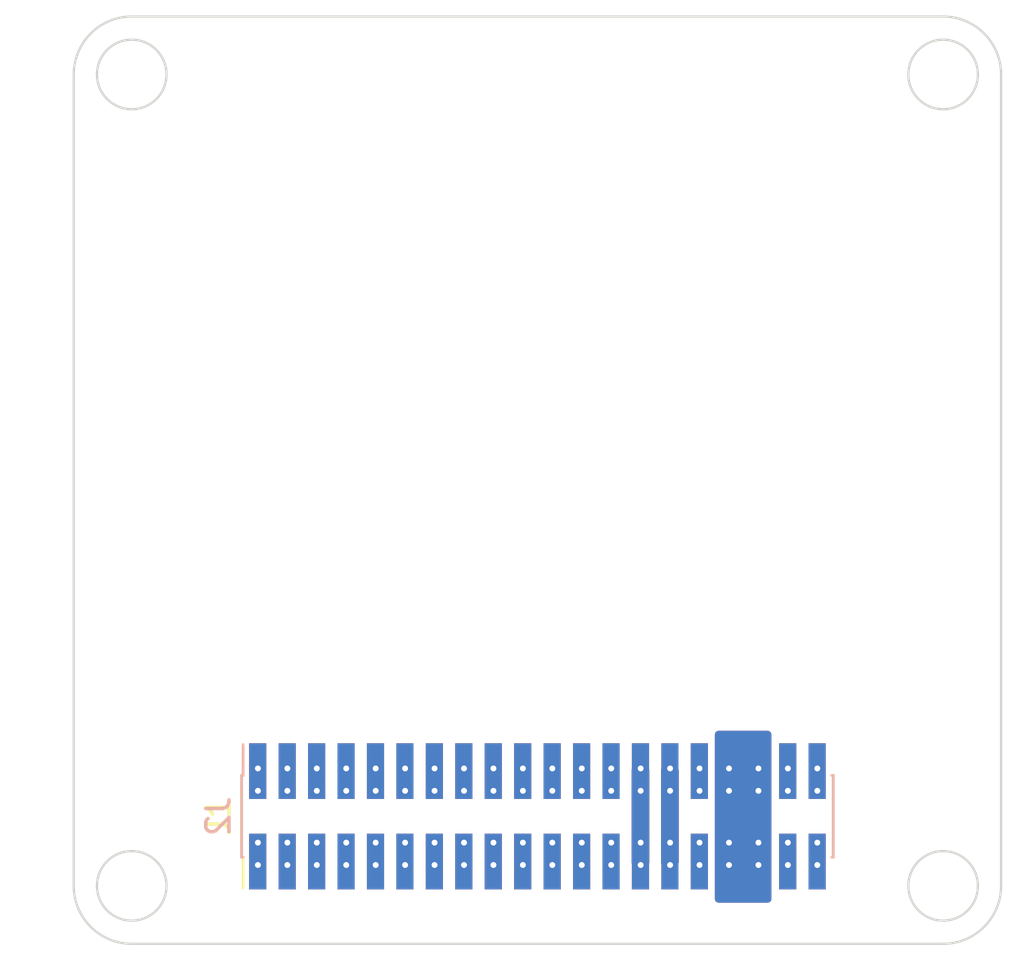
<source format=kicad_pcb>
(kicad_pcb (version 20221018) (generator pcbnew)
  (title_block (date "2023-06-14"))
  (layers (0 "F.Cu" signal) (31 "B.Cu" signal) (34 "B.Paste" user) (35 "F.Paste" user) (36 "B.SilkS" user "B.Silkscreen") (37 "F.SilkS" user "F.Silkscreen") (38 "B.Mask" user) (39 "F.Mask" user) (44 "Edge.Cuts" user))
  (net 0 "")
  (net 1 "/+3.3V")
  (net 2 "/+5V")
  (net 3 "/SPI_CS")
  (net 4 "/SPI_CLK")
  (net 5 "/SPI_MOSI")
  (net 6 "/SPI_MISO")
  (net 7 "/I2C_CLK")
  (net 8 "/GPIO_1")
  (net 9 "/GPIO_2")
  (net 10 "/GPIO_3")
  (net 11 "/GPIO_4")
  (net 12 "/GPIO_5")
  (net 13 "/GPIO_6")
  (net 14 "/GPIO_7")
  (net 15 "/GPIO_8")
  (net 16 "/ADC_1")
  (net 17 "/ADC_3")
  (net 18 "/ADC_4")
  (net 19 "/UART1_Rx")
  (net 20 "/UART1_Tx")
  (net 21 "/ADC_2")
  (net 22 "/I2C_SDA")
  (net 23 "/UART2_Rx")
  (net 24 "/UART2_Tx")
  (net 25 "/UART3_Rx")
  (net 26 "/UART3_Tx")
  (net 27 "/GPIO_9")
  (net 28 "/GND")
  (net 29 "/GPIO_10")
  (net 30 "/+BATT")
  (footprint "Connector_PinHeader_1.27mm:PinHeader_2x20_P1.27mm_Vertical_SMD" (layer "F.Cu") (at 73.22 72.22 90)
    (fp_text reference "J1" (at 0 -13.76 90) (layer "F.SilkS"))
    (fp_text value "TOP" hide)
    (fp_line (start -3.09 -12.695) (end -1.765 -12.695) (stroke (width 0.12)) (layer "F.SilkS"))
    (fp_line (start -1.765 -12.76) (end -1.765 -12.695) (stroke (width 0.12)) (layer "F.SilkS"))
    (fp_line (start -1.765 -12.76) (end 1.765 -12.76) (stroke (width 0.12)) (layer "F.SilkS"))
    (fp_line (start -1.765 12.695) (end -1.765 12.76) (stroke (width 0.12)) (layer "F.SilkS"))
    (fp_line (start -1.765 12.76) (end 1.765 12.76) (stroke (width 0.12)) (layer "F.SilkS"))
    (fp_line (start 1.765 -12.76) (end 1.765 -12.695) (stroke (width 0.12)) (layer "F.SilkS"))
    (fp_line (start 1.765 12.695) (end 1.765 12.76) (stroke (width 0.12)) (layer "F.SilkS"))
    (pad "1" smd rect (at -1.95 -12.065 90) (size 2.4 0.74) (layers "F.Cu" "F.Paste" "F.Mask") (net 16 "/ADC_1"))
    (pad "2" smd rect (at 1.95 -12.065 90) (size 2.4 0.74) (layers "F.Cu" "F.Paste" "F.Mask") (net 21 "/ADC_2"))
    (pad "3" smd rect (at -1.95 -10.795 90) (size 2.4 0.74) (layers "F.Cu" "F.Paste" "F.Mask") (net 17 "/ADC_3"))
    (pad "4" smd rect (at 1.95 -10.795 90) (size 2.4 0.74) (layers "F.Cu" "F.Paste" "F.Mask") (net 18 "/ADC_4"))
    (pad "5" smd rect (at -1.95 -9.525 90) (size 2.4 0.74) (layers "F.Cu" "F.Paste" "F.Mask") (net 19 "/UART1_Rx"))
    (pad "6" smd rect (at 1.95 -9.525 90) (size 2.4 0.74) (layers "F.Cu" "F.Paste" "F.Mask") (net 20 "/UART1_Tx"))
    (pad "7" smd rect (at -1.95 -8.255 90) (size 2.4 0.74) (layers "F.Cu" "F.Paste" "F.Mask") (net 23 "/UART2_Rx"))
    (pad "8" smd rect (at 1.95 -8.255 90) (size 2.4 0.74) (layers "F.Cu" "F.Paste" "F.Mask") (net 24 "/UART2_Tx"))
    (pad "9" smd rect (at -1.95 -6.985 90) (size 2.4 0.74) (layers "F.Cu" "F.Paste" "F.Mask") (net 25 "/UART3_Rx"))
    (pad "10" smd rect (at 1.95 -6.985 90) (size 2.4 0.74) (layers "F.Cu" "F.Paste" "F.Mask") (net 26 "/UART3_Tx"))
    (pad "11" smd rect (at -1.95 -5.715 90) (size 2.4 0.74) (layers "F.Cu" "F.Paste" "F.Mask") (net 22 "/I2C_SDA"))
    (pad "12" smd rect (at 1.95 -5.715 90) (size 2.4 0.74) (layers "F.Cu" "F.Paste" "F.Mask") (net 7 "/I2C_CLK"))
    (pad "13" smd rect (at -1.95 -4.445 90) (size 2.4 0.74) (layers "F.Cu" "F.Paste" "F.Mask") (net 3 "/SPI_CS"))
    (pad "14" smd rect (at 1.95 -4.445 90) (size 2.4 0.74) (layers "F.Cu" "F.Paste" "F.Mask") (net 4 "/SPI_CLK"))
    (pad "15" smd rect (at -1.95 -3.175 90) (size 2.4 0.74) (layers "F.Cu" "F.Paste" "F.Mask") (net 5 "/SPI_MOSI"))
    (pad "16" smd rect (at 1.95 -3.175 90) (size 2.4 0.74) (layers "F.Cu" "F.Paste" "F.Mask") (net 6 "/SPI_MISO"))
    (pad "17" smd rect (at -1.95 -1.905 90) (size 2.4 0.74) (layers "F.Cu" "F.Paste" "F.Mask") (net 8 "/GPIO_1"))
    (pad "18" smd rect (at 1.95 -1.905 90) (size 2.4 0.74) (layers "F.Cu" "F.Paste" "F.Mask") (net 9 "/GPIO_2"))
    (pad "19" smd rect (at -1.95 -0.635 90) (size 2.4 0.74) (layers "F.Cu" "F.Paste" "F.Mask") (net 10 "/GPIO_3"))
    (pad "20" smd rect (at 1.95 -0.635 90) (size 2.4 0.74) (layers "F.Cu" "F.Paste" "F.Mask") (net 11 "/GPIO_4"))
    (pad "21" smd rect (at -1.95 0.635 90) (size 2.4 0.74) (layers "F.Cu" "F.Paste" "F.Mask") (net 12 "/GPIO_5"))
    (pad "22" smd rect (at 1.95 0.635 90) (size 2.4 0.74) (layers "F.Cu" "F.Paste" "F.Mask") (net 13 "/GPIO_6"))
    (pad "23" smd rect (at -1.95 1.905 90) (size 2.4 0.74) (layers "F.Cu" "F.Paste" "F.Mask") (net 14 "/GPIO_7"))
    (pad "24" smd rect (at 1.95 1.905 90) (size 2.4 0.74) (layers "F.Cu" "F.Paste" "F.Mask") (net 15 "/GPIO_8"))
    (pad "25" smd rect (at -1.95 3.175 90) (size 2.4 0.74) (layers "F.Cu" "F.Paste" "F.Mask") (net 27 "/GPIO_9"))
    (pad "26" smd rect (at 1.95 3.175 90) (size 2.4 0.74) (layers "F.Cu" "F.Paste" "F.Mask") (net 29 "/GPIO_10"))
    (pad "27" smd rect (at -1.95 4.445 90) (size 2.4 0.74) (layers "F.Cu" "F.Paste" "F.Mask") (net 1 "/+3.3V"))
    (pad "28" smd rect (at 1.95 4.445 90) (size 2.4 0.74) (layers "F.Cu" "F.Paste" "F.Mask") (net 1 "/+3.3V"))
    (pad "29" smd rect (at -1.95 5.715 90) (size 2.4 0.74) (layers "F.Cu" "F.Paste" "F.Mask") (net 2 "/+5V"))
    (pad "30" smd rect (at 1.95 5.715 90) (size 2.4 0.74) (layers "F.Cu" "F.Paste" "F.Mask") (net 2 "/+5V"))
    (pad "31" smd rect (at -1.95 6.985 90) (size 2.4 0.74) (layers "F.Cu" "F.Paste" "F.Mask") (net 28 "/GND"))
    (pad "32" smd rect (at 1.95 6.985 90) (size 2.4 0.74) (layers "F.Cu" "F.Paste" "F.Mask") (net 28 "/GND"))
    (pad "33" smd rect (at -1.95 8.255 90) (size 2.4 0.74) (layers "F.Cu" "F.Paste" "F.Mask") (net 30 "/+BATT"))
    (pad "34" smd rect (at 1.95 8.255 90) (size 2.4 0.74) (layers "F.Cu" "F.Paste" "F.Mask") (net 30 "/+BATT"))
    (pad "35" smd rect (at -1.95 9.525 90) (size 2.4 0.74) (layers "F.Cu" "F.Paste" "F.Mask") (net 30 "/+BATT"))
    (pad "36" smd rect (at 1.95 9.525 90) (size 2.4 0.74) (layers "F.Cu" "F.Paste" "F.Mask") (net 30 "/+BATT"))
    (pad "37" smd rect (at -1.95 10.795 90) (size 2.4 0.74) (layers "F.Cu" "F.Paste" "F.Mask") (net 28 "/GND"))
    (pad "38" smd rect (at 1.95 10.795 90) (size 2.4 0.74) (layers "F.Cu" "F.Paste" "F.Mask") (net 28 "/GND"))
    (pad "39" smd rect (at -1.95 12.065 90) (size 2.4 0.74) (layers "F.Cu" "F.Paste" "F.Mask") (net 28 "/GND"))
    (pad "40" smd rect (at 1.95 12.065 90) (size 2.4 0.74) (layers "F.Cu" "F.Paste" "F.Mask") (net 28 "/GND"))
  )
  (footprint "Connector_PinHeader_1.27mm:PinHeader_2x20_P1.27mm_Vertical_SMD" (layer "B.Cu") (at 73.22 72.22 -90)
    (fp_text reference "J2" (at 0 13.76 90) (layer "B.SilkS") (effects (justify mirror)))
    (fp_text value "BUTTOM" hide)
    (fp_line (start -3.09 12.695) (end -1.765 12.695) (stroke (width 0.12)) (layer "B.SilkS"))
    (fp_line (start -1.765 -12.76) (end 1.765 -12.76) (stroke (width 0.12)) (layer "B.SilkS"))
    (fp_line (start -1.765 -12.695) (end -1.765 -12.76) (stroke (width 0.12)) (layer "B.SilkS"))
    (fp_line (start -1.765 12.76) (end -1.765 12.695) (stroke (width 0.12)) (layer "B.SilkS"))
    (fp_line (start -1.765 12.76) (end 1.765 12.76) (stroke (width 0.12)) (layer "B.SilkS"))
    (fp_line (start 1.765 -12.695) (end 1.765 -12.76) (stroke (width 0.12)) (layer "B.SilkS"))
    (fp_line (start 1.765 12.76) (end 1.765 12.695) (stroke (width 0.12)) (layer "B.SilkS"))
    (pad "1" smd rect (at -1.95 12.065 270) (size 2.4 0.74) (layers "B.Cu" "B.Paste" "B.Mask") (net 21 "/ADC_2"))
    (pad "2" smd rect (at 1.95 12.065 270) (size 2.4 0.74) (layers "B.Cu" "B.Paste" "B.Mask") (net 16 "/ADC_1"))
    (pad "3" smd rect (at -1.95 10.795 270) (size 2.4 0.74) (layers "B.Cu" "B.Paste" "B.Mask") (net 18 "/ADC_4"))
    (pad "4" smd rect (at 1.95 10.795 270) (size 2.4 0.74) (layers "B.Cu" "B.Paste" "B.Mask") (net 17 "/ADC_3"))
    (pad "5" smd rect (at -1.95 9.525 270) (size 2.4 0.74) (layers "B.Cu" "B.Paste" "B.Mask") (net 20 "/UART1_Tx"))
    (pad "6" smd rect (at 1.95 9.525 270) (size 2.4 0.74) (layers "B.Cu" "B.Paste" "B.Mask") (net 19 "/UART1_Rx"))
    (pad "7" smd rect (at -1.95 8.255 270) (size 2.4 0.74) (layers "B.Cu" "B.Paste" "B.Mask") (net 24 "/UART2_Tx"))
    (pad "8" smd rect (at 1.95 8.255 270) (size 2.4 0.74) (layers "B.Cu" "B.Paste" "B.Mask") (net 23 "/UART2_Rx"))
    (pad "9" smd rect (at -1.95 6.985 270) (size 2.4 0.74) (layers "B.Cu" "B.Paste" "B.Mask") (net 26 "/UART3_Tx"))
    (pad "10" smd rect (at 1.95 6.985 270) (size 2.4 0.74) (layers "B.Cu" "B.Paste" "B.Mask") (net 25 "/UART3_Rx"))
    (pad "11" smd rect (at -1.95 5.715 270) (size 2.4 0.74) (layers "B.Cu" "B.Paste" "B.Mask") (net 7 "/I2C_CLK"))
    (pad "12" smd rect (at 1.95 5.715 270) (size 2.4 0.74) (layers "B.Cu" "B.Paste" "B.Mask") (net 22 "/I2C_SDA"))
    (pad "13" smd rect (at -1.95 4.445 270) (size 2.4 0.74) (layers "B.Cu" "B.Paste" "B.Mask") (net 4 "/SPI_CLK"))
    (pad "14" smd rect (at 1.95 4.445 270) (size 2.4 0.74) (layers "B.Cu" "B.Paste" "B.Mask") (net 3 "/SPI_CS"))
    (pad "15" smd rect (at -1.95 3.175 270) (size 2.4 0.74) (layers "B.Cu" "B.Paste" "B.Mask") (net 6 "/SPI_MISO"))
    (pad "16" smd rect (at 1.95 3.175 270) (size 2.4 0.74) (layers "B.Cu" "B.Paste" "B.Mask") (net 5 "/SPI_MOSI"))
    (pad "17" smd rect (at -1.95 1.905 270) (size 2.4 0.74) (layers "B.Cu" "B.Paste" "B.Mask") (net 9 "/GPIO_2"))
    (pad "18" smd rect (at 1.95 1.905 270) (size 2.4 0.74) (layers "B.Cu" "B.Paste" "B.Mask") (net 8 "/GPIO_1"))
    (pad "19" smd rect (at -1.95 0.635 270) (size 2.4 0.74) (layers "B.Cu" "B.Paste" "B.Mask") (net 11 "/GPIO_4"))
    (pad "20" smd rect (at 1.95 0.635 270) (size 2.4 0.74) (layers "B.Cu" "B.Paste" "B.Mask") (net 10 "/GPIO_3"))
    (pad "21" smd rect (at -1.95 -0.635 270) (size 2.4 0.74) (layers "B.Cu" "B.Paste" "B.Mask") (net 13 "/GPIO_6"))
    (pad "22" smd rect (at 1.95 -0.635 270) (size 2.4 0.74) (layers "B.Cu" "B.Paste" "B.Mask") (net 12 "/GPIO_5"))
    (pad "23" smd rect (at -1.95 -1.905 270) (size 2.4 0.74) (layers "B.Cu" "B.Paste" "B.Mask") (net 15 "/GPIO_8"))
    (pad "24" smd rect (at 1.95 -1.905 270) (size 2.4 0.74) (layers "B.Cu" "B.Paste" "B.Mask") (net 14 "/GPIO_7"))
    (pad "25" smd rect (at -1.95 -3.175 270) (size 2.4 0.74) (layers "B.Cu" "B.Paste" "B.Mask") (net 29 "/GPIO_10"))
    (pad "26" smd rect (at 1.95 -3.175 270) (size 2.4 0.74) (layers "B.Cu" "B.Paste" "B.Mask") (net 27 "/GPIO_9"))
    (pad "27" smd rect (at -1.95 -4.445 270) (size 2.4 0.74) (layers "B.Cu" "B.Paste" "B.Mask") (net 1 "/+3.3V"))
    (pad "28" smd rect (at 1.95 -4.445 270) (size 2.4 0.74) (layers "B.Cu" "B.Paste" "B.Mask") (net 1 "/+3.3V"))
    (pad "29" smd rect (at -1.95 -5.715 270) (size 2.4 0.74) (layers "B.Cu" "B.Paste" "B.Mask") (net 2 "/+5V"))
    (pad "30" smd rect (at 1.95 -5.715 270) (size 2.4 0.74) (layers "B.Cu" "B.Paste" "B.Mask") (net 2 "/+5V"))
    (pad "31" smd rect (at -1.95 -6.985 270) (size 2.4 0.74) (layers "B.Cu" "B.Paste" "B.Mask") (net 28 "/GND"))
    (pad "32" smd rect (at 1.95 -6.985 270) (size 2.4 0.74) (layers "B.Cu" "B.Paste" "B.Mask") (net 28 "/GND"))
    (pad "33" smd rect (at -1.95 -8.255 270) (size 2.4 0.74) (layers "B.Cu" "B.Paste" "B.Mask") (net 30 "/+BATT"))
    (pad "34" smd rect (at 1.95 -8.255 270) (size 2.4 0.74) (layers "B.Cu" "B.Paste" "B.Mask") (net 30 "/+BATT"))
    (pad "35" smd rect (at -1.95 -9.525 270) (size 2.4 0.74) (layers "B.Cu" "B.Paste" "B.Mask") (net 30 "/+BATT"))
    (pad "36" smd rect (at 1.95 -9.525 270) (size 2.4 0.74) (layers "B.Cu" "B.Paste" "B.Mask") (net 30 "/+BATT"))
    (pad "37" smd rect (at -1.95 -10.795 270) (size 2.4 0.74) (layers "B.Cu" "B.Paste" "B.Mask") (net 28 "/GND"))
    (pad "38" smd rect (at 1.95 -10.795 270) (size 2.4 0.74) (layers "B.Cu" "B.Paste" "B.Mask") (net 28 "/GND"))
    (pad "39" smd rect (at -1.95 -12.065 270) (size 2.4 0.74) (layers "B.Cu" "B.Paste" "B.Mask") (net 28 "/GND"))
    (pad "40" smd rect (at 1.95 -12.065 270) (size 2.4 0.74) (layers "B.Cu" "B.Paste" "B.Mask") (net 28 "/GND"))
  )
  (gr_line locked (start 93.22 75.22) (end 93.22 40.22) (stroke (width 0.1)) (layer "Edge.Cuts"))
  (gr_arc locked (start 53.22 40.22) (mid 53.952233 38.452233) (end 55.72 37.72) (stroke (width 0.1)) (layer "Edge.Cuts"))
  (gr_circle locked (center 90.72 75.22) (end 89.22 75.22) (stroke (width 0.1)) (fill none) (layer "Edge.Cuts"))
  (gr_circle locked (center 55.72 40.22) (end 57.22 40.22) (stroke (width 0.1)) (fill none) (layer "Edge.Cuts"))
  (gr_line locked (start 90.72 37.72) (end 55.72 37.72) (stroke (width 0.1)) (layer "Edge.Cuts"))
  (gr_arc locked (start 90.72 37.72) (mid 92.487767 38.452233) (end 93.22 40.22) (stroke (width 0.1)) (layer "Edge.Cuts"))
  (gr_arc locked (start 93.22 75.22) (mid 92.487767 76.987767) (end 90.72 77.72) (stroke (width 0.1)) (layer "Edge.Cuts"))
  (gr_circle locked (center 90.72 40.22) (end 90.72 41.72) (stroke (width 0.1)) (fill none) (layer "Edge.Cuts"))
  (gr_line locked (start 55.72 77.72) (end 90.72 77.72) (stroke (width 0.1)) (layer "Edge.Cuts"))
  (gr_arc locked (start 55.72 77.72) (mid 53.952233 76.987767) (end 53.22 75.22) (stroke (width 0.1)) (layer "Edge.Cuts"))
  (gr_circle locked (center 55.72 75.22) (end 55.72 73.72) (stroke (width 0.1)) (fill none) (layer "Edge.Cuts"))
  (gr_line locked (start 53.22 40.22) (end 53.22 75.22) (stroke (width 0.1)) (layer "Edge.Cuts"))
  (segment (start 77.665 70.27) (end 77.665 74.17) (width 0.762) (layer "F.Cu") (net 1))
  (via (at 77.6732 74.3204) (size 0.508) (drill 0.254) (layers "F.Cu" "B.Cu") (net 1))
  (via (at 77.6732 71.12) (size 0.508) (drill 0.254) (layers "F.Cu" "B.Cu") (net 1))
  (via (at 77.6732 73.3552) (size 0.508) (drill 0.254) (layers "F.Cu" "B.Cu") (net 1))
  (via (at 77.6732 70.1548) (size 0.508) (drill 0.254) (layers "F.Cu" "B.Cu") (net 1))
  (segment (start 77.665 70.27) (end 77.665 74.17) (width 0.762) (layer "B.Cu") (net 1))
  (segment (start 78.935 70.27) (end 78.935 74.17) (width 0.762) (layer "F.Cu") (net 2))
  (via (at 78.9432 73.3552) (size 0.508) (drill 0.254) (layers "F.Cu" "B.Cu") (net 2))
  (via (at 78.9432 71.12) (size 0.508) (drill 0.254) (layers "F.Cu" "B.Cu") (net 2))
  (via (at 78.9432 70.1548) (size 0.508) (drill 0.254) (layers "F.Cu" "B.Cu") (net 2))
  (via (at 78.9432 74.3204) (size 0.508) (drill 0.254) (layers "F.Cu" "B.Cu") (net 2))
  (segment (start 78.935 70.27) (end 78.935 74.17) (width 0.762) (layer "B.Cu") (net 2))
  (via (at 68.7832 73.3552) (size 0.508) (drill 0.254) (layers "F.Cu" "B.Cu") (net 3))
  (via (at 68.7832 74.3204) (size 0.508) (drill 0.254) (layers "F.Cu" "B.Cu") (net 3))
  (via (at 68.7832 71.12) (size 0.508) (drill 0.254) (layers "F.Cu" "B.Cu") (net 4))
  (via (at 68.7832 70.1548) (size 0.508) (drill 0.254) (layers "F.Cu" "B.Cu") (net 4))
  (via (at 70.0532 73.3552) (size 0.508) (drill 0.254) (layers "F.Cu" "B.Cu") (net 5))
  (via (at 70.0532 74.3204) (size 0.508) (drill 0.254) (layers "F.Cu" "B.Cu") (net 5))
  (via (at 70.0532 71.12) (size 0.508) (drill 0.254) (layers "F.Cu" "B.Cu") (net 6))
  (via (at 70.0532 70.1548) (size 0.508) (drill 0.254) (layers "F.Cu" "B.Cu") (net 6))
  (via (at 67.5132 71.12) (size 0.508) (drill 0.254) (layers "F.Cu" "B.Cu") (net 7))
  (via (at 67.5132 70.1548) (size 0.508) (drill 0.254) (layers "F.Cu" "B.Cu") (net 7))
  (via (at 71.3232 74.3204) (size 0.508) (drill 0.254) (layers "F.Cu" "B.Cu") (net 8))
  (via (at 71.3232 73.3552) (size 0.508) (drill 0.254) (layers "F.Cu" "B.Cu") (net 8))
  (via (at 71.3232 71.12) (size 0.508) (drill 0.254) (layers "F.Cu" "B.Cu") (net 9))
  (via (at 71.3232 70.1548) (size 0.508) (drill 0.254) (layers "F.Cu" "B.Cu") (net 9))
  (via (at 72.5932 74.3204) (size 0.508) (drill 0.254) (layers "F.Cu" "B.Cu") (net 10))
  (via (at 72.5932 73.3552) (size 0.508) (drill 0.254) (layers "F.Cu" "B.Cu") (net 10))
  (via (at 72.5932 71.12) (size 0.508) (drill 0.254) (layers "F.Cu" "B.Cu") (net 11))
  (via (at 72.5932 70.1548) (size 0.508) (drill 0.254) (layers "F.Cu" "B.Cu") (net 11))
  (via (at 73.8632 74.3204) (size 0.508) (drill 0.254) (layers "F.Cu" "B.Cu") (net 12))
  (via (at 73.8632 73.3552) (size 0.508) (drill 0.254) (layers "F.Cu" "B.Cu") (net 12))
  (via (at 73.8632 71.12) (size 0.508) (drill 0.254) (layers "F.Cu" "B.Cu") (net 13))
  (via (at 73.8632 70.1548) (size 0.508) (drill 0.254) (layers "F.Cu" "B.Cu") (net 13))
  (via (at 75.1332 74.3204) (size 0.508) (drill 0.254) (layers "F.Cu" "B.Cu") (net 14))
  (via (at 75.1332 73.3552) (size 0.508) (drill 0.254) (layers "F.Cu" "B.Cu") (net 14))
  (via (at 75.1332 71.12) (size 0.508) (drill 0.254) (layers "F.Cu" "B.Cu") (net 15))
  (via (at 75.1332 70.1548) (size 0.508) (drill 0.254) (layers "F.Cu" "B.Cu") (net 15))
  (via (at 61.1632 73.3552) (size 0.508) (drill 0.254) (layers "F.Cu" "B.Cu") (net 16))
  (via (at 61.1632 74.3204) (size 0.508) (drill 0.254) (layers "F.Cu" "B.Cu") (net 16))
  (via (at 62.4332 74.3204) (size 0.508) (drill 0.254) (layers "F.Cu" "B.Cu") (net 17))
  (via (at 62.4332 73.3552) (size 0.508) (drill 0.254) (layers "F.Cu" "B.Cu") (net 17))
  (via (at 62.4332 71.12) (size 0.508) (drill 0.254) (layers "F.Cu" "B.Cu") (net 18))
  (via (at 62.4332 70.1548) (size 0.508) (drill 0.254) (layers "F.Cu" "B.Cu") (net 18))
  (via (at 63.7032 73.3552) (size 0.508) (drill 0.254) (layers "F.Cu" "B.Cu") (net 19))
  (via (at 63.7032 74.3204) (size 0.508) (drill 0.254) (layers "F.Cu" "B.Cu") (net 19))
  (via (at 63.7032 71.12) (size 0.508) (drill 0.254) (layers "F.Cu" "B.Cu") (net 20))
  (via (at 63.7032 70.1548) (size 0.508) (drill 0.254) (layers "F.Cu" "B.Cu") (net 20))
  (via (at 61.1632 70.1548) (size 0.508) (drill 0.254) (layers "F.Cu" "B.Cu") (net 21))
  (via (at 61.1632 71.12) (size 0.508) (drill 0.254) (layers "F.Cu" "B.Cu") (net 21))
  (via (at 67.5132 74.3204) (size 0.508) (drill 0.254) (layers "F.Cu" "B.Cu") (net 22))
  (via (at 67.5132 73.3552) (size 0.508) (drill 0.254) (layers "F.Cu" "B.Cu") (net 22))
  (via (at 64.9732 74.3204) (size 0.508) (drill 0.254) (layers "F.Cu" "B.Cu") (net 23))
  (via (at 64.9732 73.3552) (size 0.508) (drill 0.254) (layers "F.Cu" "B.Cu") (net 23))
  (via (at 64.9732 71.12) (size 0.508) (drill 0.254) (layers "F.Cu" "B.Cu") (net 24))
  (via (at 64.9732 70.1548) (size 0.508) (drill 0.254) (layers "F.Cu" "B.Cu") (net 24))
  (via (at 66.2432 73.3552) (size 0.508) (drill 0.254) (layers "F.Cu" "B.Cu") (net 25))
  (via (at 66.2432 74.3204) (size 0.508) (drill 0.254) (layers "F.Cu" "B.Cu") (net 25))
  (via (at 66.2432 71.12) (size 0.508) (drill 0.254) (layers "F.Cu" "B.Cu") (net 26))
  (via (at 66.2432 70.1548) (size 0.508) (drill 0.254) (layers "F.Cu" "B.Cu") (net 26))
  (via (at 76.4032 74.3204) (size 0.508) (drill 0.254) (layers "F.Cu" "B.Cu") (net 27))
  (via (at 76.4032 73.3552) (size 0.508) (drill 0.254) (layers "F.Cu" "B.Cu") (net 27))
  (via (at 85.2932 73.3552) (size 0.508) (drill 0.254) (layers "F.Cu" "B.Cu") (net 28))
  (via (at 84.0232 70.1548) (size 0.508) (drill 0.254) (layers "F.Cu" "B.Cu") (net 28))
  (via (at 84.0232 73.3552) (size 0.508) (drill 0.254) (layers "F.Cu" "B.Cu") (net 28))
  (via (at 85.2932 70.1548) (size 0.508) (drill 0.254) (layers "F.Cu" "B.Cu") (net 28))
  (via (at 85.2932 71.12) (size 0.508) (drill 0.254) (layers "F.Cu" "B.Cu") (net 28))
  (via (at 80.2132 74.3204) (size 0.508) (drill 0.254) (layers "F.Cu" "B.Cu") (net 28))
  (via (at 80.2132 73.3552) (size 0.508) (drill 0.254) (layers "F.Cu" "B.Cu") (net 28))
  (via (at 84.0232 71.12) (size 0.508) (drill 0.254) (layers "F.Cu" "B.Cu") (net 28))
  (via (at 80.2132 70.1548) (size 0.508) (drill 0.254) (layers "F.Cu" "B.Cu") (net 28))
  (via (at 85.2932 74.3204) (size 0.508) (drill 0.254) (layers "F.Cu" "B.Cu") (net 28))
  (via (at 80.2132 71.12) (size 0.508) (drill 0.254) (layers "F.Cu" "B.Cu") (net 28))
  (via (at 84.0232 74.3204) (size 0.508) (drill 0.254) (layers "F.Cu" "B.Cu") (net 28))
  (via (at 76.4032 71.12) (size 0.508) (drill 0.254) (layers "F.Cu" "B.Cu") (net 29))
  (via (at 76.4032 70.1548) (size 0.508) (drill 0.254) (layers "F.Cu" "B.Cu") (net 29))
  (via (at 81.4832 71.12) (size 0.508) (drill 0.254) (layers "F.Cu" "B.Cu") (net 30))
  (via (at 81.4832 74.3204) (size 0.508) (drill 0.254) (layers "F.Cu" "B.Cu") (net 30))
  (via (at 81.4832 73.3552) (size 0.508) (drill 0.254) (layers "F.Cu" "B.Cu") (net 30))
  (via (at 82.7532 74.3204) (size 0.508) (drill 0.254) (layers "F.Cu" "B.Cu") (net 30))
  (via (at 82.7532 70.1548) (size 0.508) (drill 0.254) (layers "F.Cu" "B.Cu") (net 30))
  (via (at 82.7532 71.12) (size 0.508) (drill 0.254) (layers "F.Cu" "B.Cu") (net 30))
  (via (at 81.4832 70.1548) (size 0.508) (drill 0.254) (layers "F.Cu" "B.Cu") (net 30))
  (via (at 82.7532 73.3552) (size 0.508) (drill 0.254) (layers "F.Cu" "B.Cu") (net 30))
  (zone (net 30) (net_name "/+BATT") (layers "F&B.Cu") (name "batt") (priority 1) (connect_pads yes (clearance 0.1524)) (min_thickness 0.1524) (fill yes (thermal_gap 0.1524) (thermal_bridge_width 0.1524) (smoothing fillet) (radius 0.1524))
    (polygon (pts (xy 80.8736 68.5292) (xy 80.8736 75.946) (xy 83.312 75.946) (xy 83.312 68.5292)))
  )
)
</source>
